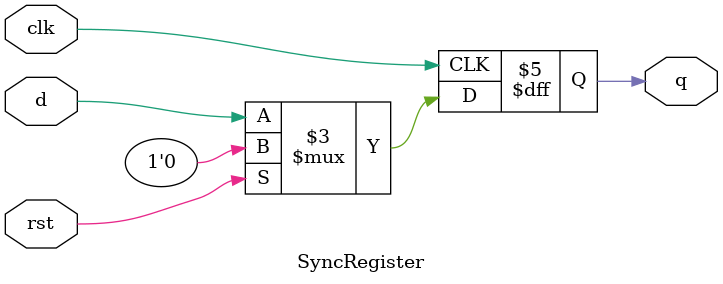
<source format=sv>
module SyncNor(
    input  wire clk,         // Clock signal
    input  wire rst,         // Synchronous reset
    input  wire a,           // Input a
    input  wire b,           // Input b
    output reg  y            // Output y
);
    wire nor_result;

    // Combinational NOR logic submodule
    NorLogic u_nor_logic (
        .a        (a),
        .b        (b),
        .nor_out  (nor_result)
    );

    // Synchronous register submodule
    SyncRegister u_sync_register (
        .clk      (clk),
        .rst      (rst),
        .d        (nor_result),
        .q        (y)
    );
endmodule

// Submodule: NorLogic
// Description: Performs 2-input NOR operation (optimized).
module NorLogic(
    input  wire a,           // Input a
    input  wire b,           // Input b
    output wire nor_out      // NOR output
);
    // Simplified using DeMorgan's Law: ~(a | b) = ~a & ~b
    assign nor_out = (~a) & (~b);
endmodule

// Submodule: SyncRegister
// Description: Synchronous register with synchronous reset.
module SyncRegister(
    input  wire clk,         // Clock signal
    input  wire rst,         // Synchronous reset
    input  wire d,           // Data input
    output reg  q            // Registered output
);
    always @(posedge clk) begin
        if (rst)
            q <= 1'b0;
        else
            q <= d;
    end
endmodule
</source>
